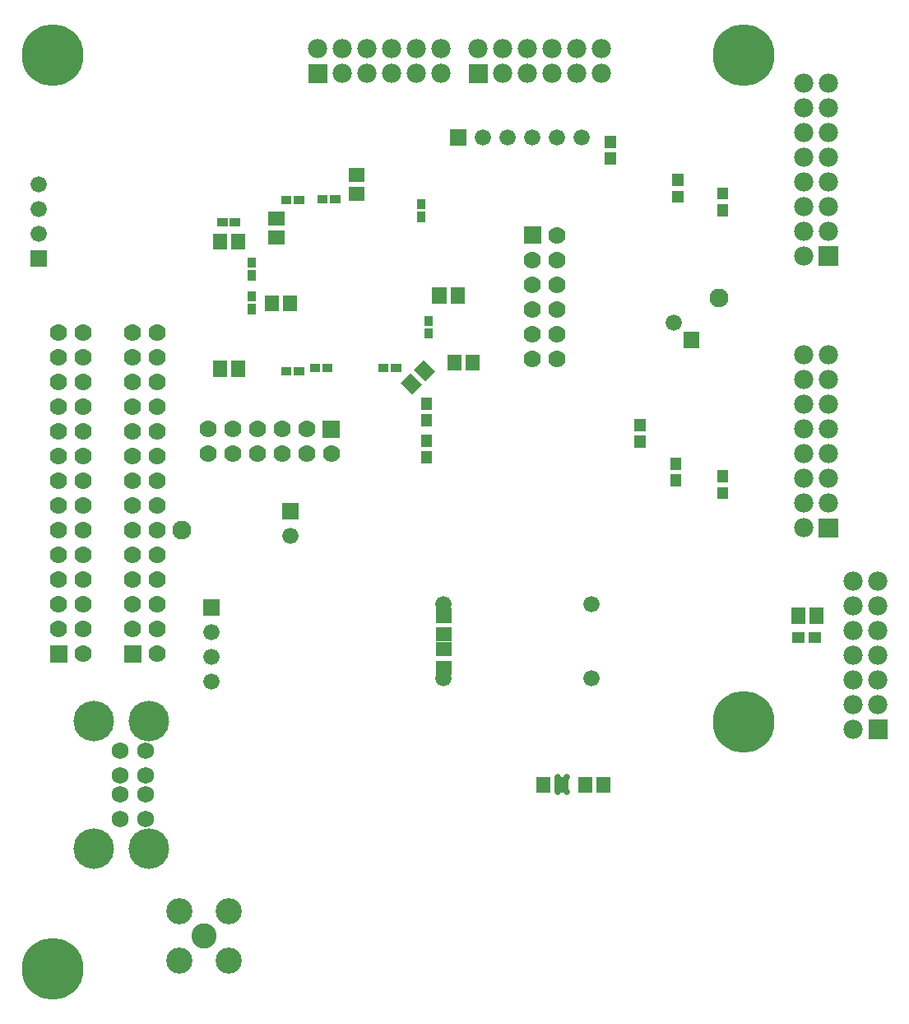
<source format=gbr>
G04 start of page 8 for group -4062 idx -4062 *
G04 Title: (unknown), soldermask *
G04 Creator: pcb 20110918 *
G04 CreationDate: Tue 10 Apr 2012 05:20:11 AM GMT UTC *
G04 For: haunma *
G04 Format: Gerber/RS-274X *
G04 PCB-Dimensions: 360000 400000 *
G04 PCB-Coordinate-Origin: lower left *
%MOIN*%
%FSLAX25Y25*%
%LNBOTTOMMASK*%
%ADD192R,0.0335X0.0335*%
%ADD191R,0.0572X0.0572*%
%ADD190R,0.0454X0.0454*%
%ADD189C,0.1060*%
%ADD188C,0.1020*%
%ADD187C,0.1640*%
%ADD186C,0.0250*%
%ADD185C,0.0680*%
%ADD184C,0.0700*%
%ADD183C,0.2500*%
%ADD182C,0.0660*%
%ADD181C,0.0760*%
%ADD180C,0.0780*%
%ADD179C,0.0001*%
G54D179*G36*
X325500Y197400D02*Y189600D01*
X333300D01*
Y197400D01*
X325500D01*
G37*
G54D180*X319400Y193500D03*
X329400Y203500D03*
X319400D03*
X329400Y213500D03*
X319400D03*
X329400Y223500D03*
Y233500D03*
Y243500D03*
Y253500D03*
Y263500D03*
G54D179*G36*
X325500Y307500D02*Y299700D01*
X333300D01*
Y307500D01*
X325500D01*
G37*
G54D180*X319400Y223500D03*
Y233500D03*
Y243500D03*
Y253500D03*
Y263500D03*
G54D181*X285200Y286600D03*
G54D180*X319400Y303600D03*
X329400Y313600D03*
X319400D03*
Y323600D03*
Y333600D03*
X329400Y323600D03*
Y333600D03*
Y343600D03*
Y353600D03*
Y363600D03*
Y373600D03*
X319400Y343600D03*
Y353600D03*
Y363600D03*
Y373600D03*
G54D182*X233500Y162500D03*
Y132500D03*
G54D179*G36*
X345600Y115900D02*Y108100D01*
X353400D01*
Y115900D01*
X345600D01*
G37*
G54D180*X349500Y122000D03*
Y132000D03*
X339500Y112000D03*
Y122000D03*
Y132000D03*
Y142000D03*
Y152000D03*
Y162000D03*
X349500Y142000D03*
Y152000D03*
Y162000D03*
Y172000D03*
X339500D03*
G54D183*X295000Y115000D03*
G54D184*X17500Y192500D03*
Y202500D03*
Y212500D03*
X27500Y192500D03*
Y202500D03*
Y212500D03*
Y222500D03*
Y232500D03*
Y242500D03*
X17500Y162500D03*
X27500D03*
X17500Y172500D03*
X27500D03*
G54D179*G36*
X14000Y146000D02*Y139000D01*
X21000D01*
Y146000D01*
X14000D01*
G37*
G54D184*X27500Y142500D03*
X17500Y152500D03*
X27500D03*
X17500Y182500D03*
X27500D03*
G54D181*X67500Y192500D03*
G54D184*X27500Y262500D03*
Y272500D03*
X47500D03*
X17500Y222500D03*
Y232500D03*
Y242500D03*
Y252500D03*
X27500D03*
X47500D03*
X57500D03*
X17500Y262500D03*
Y272500D03*
X57500Y222500D03*
X47500Y232500D03*
X57500D03*
X47500Y242500D03*
X57500D03*
X47500Y262500D03*
X57500D03*
Y272500D03*
G54D179*G36*
X183600Y381400D02*Y373600D01*
X191400D01*
Y381400D01*
X183600D01*
G37*
G54D180*X187500Y387500D03*
X197500Y377500D03*
Y387500D03*
X207500D03*
X217500D03*
X227500D03*
X237500D03*
X207500Y377500D03*
X217500D03*
X227500D03*
X237500D03*
G54D183*X295000Y385000D03*
G54D179*G36*
X176200Y354800D02*Y348200D01*
X182800D01*
Y354800D01*
X176200D01*
G37*
G54D182*X189500Y351500D03*
X199500D03*
X209500D03*
X219500D03*
X229500D03*
G54D179*G36*
X108038Y203489D02*Y196889D01*
X114638D01*
Y203489D01*
X108038D01*
G37*
G54D182*X111338Y190189D03*
G54D184*X107900Y233500D03*
Y223500D03*
X97900Y233500D03*
X87900D03*
X97900Y223500D03*
X87900D03*
G54D179*G36*
X76038Y164489D02*Y157889D01*
X82638D01*
Y164489D01*
X76038D01*
G37*
G54D182*X79338Y151189D03*
Y141189D03*
Y131189D03*
G54D179*G36*
X44000Y146000D02*Y139000D01*
X51000D01*
Y146000D01*
X44000D01*
G37*
G54D184*X57500Y142500D03*
X47500Y152500D03*
X57500D03*
X47500Y162500D03*
Y172500D03*
Y182500D03*
X57500Y162500D03*
Y172500D03*
Y182500D03*
Y192500D03*
Y202500D03*
Y212500D03*
X47500Y192500D03*
Y202500D03*
Y212500D03*
Y222500D03*
G54D183*X15000Y385000D03*
G54D179*G36*
X118600Y381400D02*Y373600D01*
X126400D01*
Y381400D01*
X118600D01*
G37*
G54D180*X122500Y387500D03*
X132500Y377500D03*
Y387500D03*
X142500Y377500D03*
Y387500D03*
X152500Y377500D03*
Y387500D03*
X162500Y377500D03*
X172500D03*
X162500Y387500D03*
X172500D03*
G54D184*X77900Y233500D03*
Y223500D03*
G54D179*G36*
X6200Y305800D02*Y299200D01*
X12800D01*
Y305800D01*
X6200D01*
G37*
G54D182*X9500Y312500D03*
Y322500D03*
Y332500D03*
G54D179*G36*
X206000Y315500D02*Y308500D01*
X213000D01*
Y315500D01*
X206000D01*
G37*
G54D184*X219500Y312000D03*
X209500Y302000D03*
X219500D03*
X209500Y292000D03*
X219500D03*
X209500Y282000D03*
X219500D03*
X209500Y262000D03*
X219500D03*
G54D179*G36*
X270600Y272800D02*Y266200D01*
X277200D01*
Y272800D01*
X270600D01*
G37*
G54D182*X266828Y276571D03*
G54D184*X209500Y272000D03*
X219500D03*
G54D182*X173500Y162500D03*
Y132500D03*
G54D185*X42343Y93437D03*
G54D186*X219564Y92500D03*
X223500D03*
Y86596D03*
X219564D03*
X221532Y89548D03*
G54D179*G36*
X124400Y237000D02*Y230000D01*
X131400D01*
Y237000D01*
X124400D01*
G37*
G54D184*X127900Y223500D03*
X117900Y233500D03*
Y223500D03*
G54D185*X52657Y103280D03*
Y93437D03*
Y85563D03*
Y75720D03*
G54D187*X54035Y63634D03*
G54D185*X42343Y103280D03*
G54D187*X31673Y115366D03*
X54035D03*
G54D185*X42343Y85563D03*
Y75720D03*
G54D187*X31673Y63634D03*
G54D188*X76300Y28300D03*
G54D189*X66300Y38300D03*
Y18300D03*
X86300Y38300D03*
Y18300D03*
G54D183*X15000Y15000D03*
G54D190*X166500Y237351D02*Y236957D01*
Y229043D02*Y228649D01*
Y222351D02*Y221957D01*
Y244043D02*Y243649D01*
G54D191*X173107Y157940D02*X173893D01*
X173107Y150460D02*X173893D01*
X173107Y144340D02*X173893D01*
X173107Y136860D02*X173893D01*
X213760Y89893D02*Y89107D01*
X221240Y89893D02*Y89107D01*
X238240Y89893D02*Y89107D01*
X230760Y89893D02*Y89107D01*
G54D190*X316957Y149100D02*X317351D01*
G54D191*X317160Y158393D02*Y157607D01*
G54D190*X323649Y149100D02*X324043D01*
G54D191*X324640Y158393D02*Y157607D01*
X185240Y260893D02*Y260107D01*
X177760Y260893D02*Y260107D01*
G54D192*X167400Y277752D02*Y276965D01*
Y272635D02*Y271848D01*
G54D191*X171700Y288000D02*Y287214D01*
X179180Y288000D02*Y287214D01*
G54D190*X253000Y235243D02*Y234849D01*
Y228551D02*Y228157D01*
X267500Y212951D02*Y212557D01*
Y219643D02*Y219249D01*
X286500Y214543D02*Y214149D01*
Y207851D02*Y207457D01*
G54D191*X137907Y328860D02*X138693D01*
X137907Y336340D02*X138693D01*
G54D192*X129165Y326700D02*X129952D01*
X164300Y319835D02*Y319048D01*
Y324952D02*Y324165D01*
X124048Y326700D02*X124835D01*
G54D191*X105307Y311260D02*X106093D01*
X105307Y318740D02*X106093D01*
G54D192*X114465Y326300D02*X115252D01*
X109348D02*X110135D01*
G54D179*G36*
X165366Y261466D02*X169965Y256867D01*
X165922Y252824D01*
X161323Y257423D01*
X165366Y261466D01*
G37*
G36*
X160077Y256177D02*X164676Y251578D01*
X160633Y247535D01*
X156034Y252134D01*
X160077Y256177D01*
G37*
G54D192*X148648Y258300D02*X149435D01*
X153765D02*X154552D01*
G54D191*X82760Y258393D02*Y257607D01*
X90240Y258393D02*Y257607D01*
G54D192*X109348Y257000D02*X110135D01*
X114465D02*X115252D01*
X126065Y258200D02*X126852D01*
X120948D02*X121735D01*
G54D191*X90240Y309893D02*Y309107D01*
X82760Y309893D02*Y309107D01*
G54D192*X88565Y317163D02*X89352D01*
X83448D02*X84235D01*
G54D191*X111240Y284793D02*Y284007D01*
X103760Y284793D02*Y284007D01*
G54D192*X95800Y296235D02*Y295448D01*
Y301352D02*Y300565D01*
Y287652D02*Y286865D01*
Y282535D02*Y281748D01*
G54D190*X286600Y322451D02*Y322057D01*
Y329143D02*Y328749D01*
X268400Y334543D02*Y334149D01*
Y327851D02*Y327457D01*
X241000Y350043D02*Y349649D01*
Y343351D02*Y342957D01*
M02*

</source>
